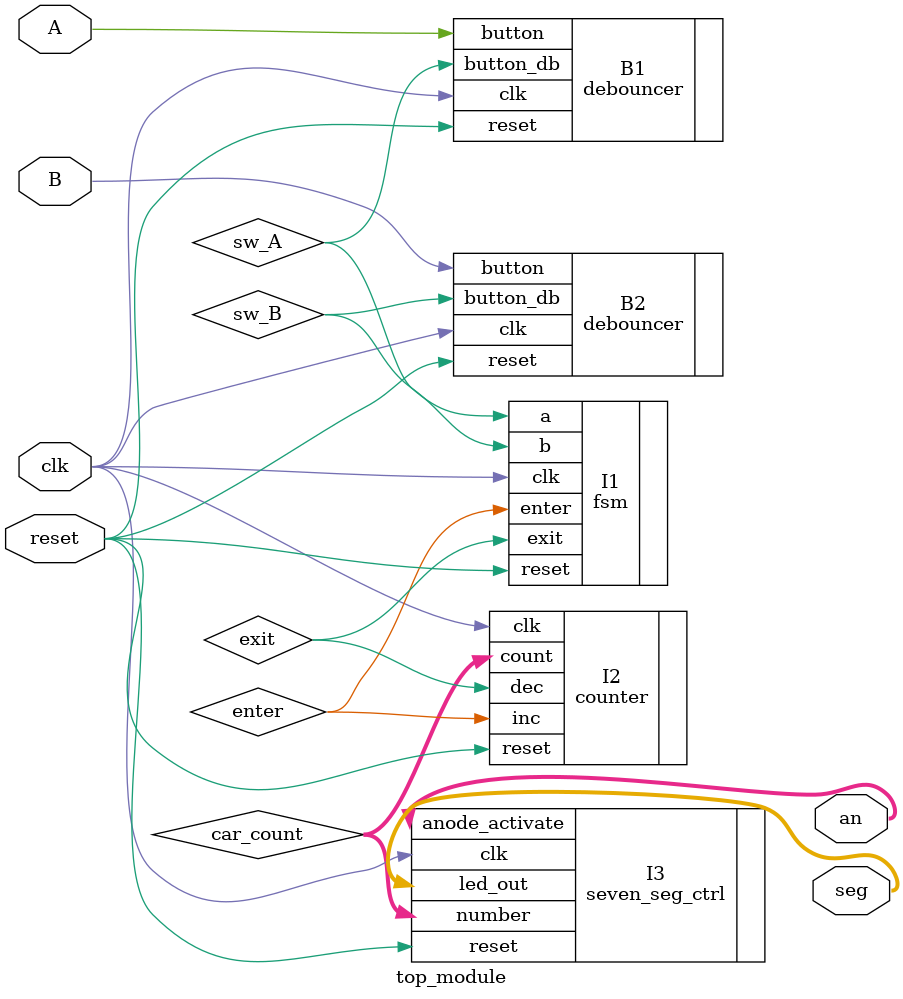
<source format=sv>
`timescale 1ns / 1ps

/*

Rahul Seth 
Practical 1 -> Parking lot occupany counter


*/


module top_module(
    input clk,
    input reset,
    input A,
    input B,
    //output [3:0] no_cars
    output [3:0] an,
    output [6:0] seg
    );
    

    //for simulation purposes
    /*
    fsm I1 (.clk(clk), .reset(reset), .a(A), .b(B), .enter(inc), .exit(dec));
    counter I2 (.clk(clk), .inc(inc), .dec(dec), .count(no_cars));
    */
    
    //for board testing
   
    wire sw_A, sw_B; //push button for input A and B to the fsm
    wire [3:0] car_count; // for counter
    
    //debouncer module for enabling inputs from push buttons 
    debouncer B1 (.clk(clk), .reset(reset), .button(A), .button_db(sw_A));
    debouncer B2 (.clk(clk), .reset(reset), .button(B), .button_db(sw_B));
    
    //FSM 
    fsm I1 (.clk(clk), .reset(reset), .a(sw_A), .b(sw_B), .enter(enter), .exit(exit)); 
    //counter
    counter I2 (.clk(clk), .reset(reset), .inc(enter), .dec(exit), .count(car_count));
    // 7 seg
      
    seven_seg_ctrl I3 (.clk(clk), .reset(reset), .number(car_count[3:0]), .led_out(seg), .anode_activate(an));
         
endmodule





    

</source>
